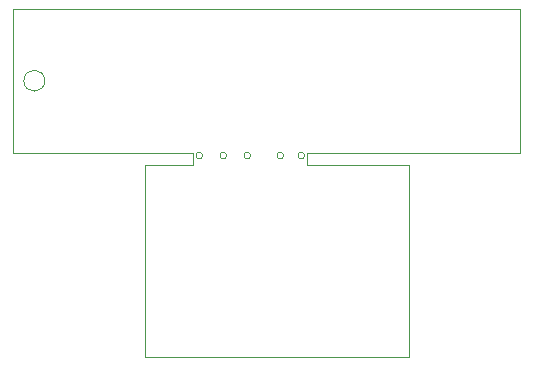
<source format=gbr>
G04 #@! TF.GenerationSoftware,KiCad,Pcbnew,(5.1.5)-3*
G04 #@! TF.CreationDate,2020-04-07T22:18:27-04:00*
G04 #@! TF.ProjectId,PicoTrackerWSPR2Rev2,5069636f-5472-4616-936b-657257535052,rev?*
G04 #@! TF.SameCoordinates,Original*
G04 #@! TF.FileFunction,Profile,NP*
%FSLAX46Y46*%
G04 Gerber Fmt 4.6, Leading zero omitted, Abs format (unit mm)*
G04 Created by KiCad (PCBNEW (5.1.5)-3) date 2020-04-07 22:18:27*
%MOMM*%
%LPD*%
G04 APERTURE LIST*
%ADD10C,0.100000*%
G04 APERTURE END LIST*
D10*
X73279000Y-72644000D02*
G75*
G03X73279000Y-72644000I-889000J0D01*
G01*
X70612000Y-78740000D02*
X70612000Y-66548000D01*
X85852000Y-78740000D02*
X70612000Y-78740000D01*
X85852000Y-79756000D02*
X85852000Y-78740000D01*
X81788000Y-79756000D02*
X85852000Y-79756000D01*
X81788000Y-96012000D02*
X81788000Y-79756000D01*
X104140000Y-96012000D02*
X81788000Y-96012000D01*
X104140000Y-79756000D02*
X104140000Y-96012000D01*
X95504000Y-79756000D02*
X104140000Y-79756000D01*
X95504000Y-78740000D02*
X95504000Y-79756000D01*
X113538000Y-78740000D02*
X95504000Y-78740000D01*
X113538000Y-66548000D02*
X113538000Y-78740000D01*
X70612000Y-66548000D02*
X113538000Y-66548000D01*
X95279981Y-78994000D02*
G75*
G03X95279981Y-78994000I-283981J0D01*
G01*
X86643981Y-78994000D02*
G75*
G03X86643981Y-78994000I-283981J0D01*
G01*
X88675981Y-78994000D02*
G75*
G03X88675981Y-78994000I-283981J0D01*
G01*
X90707981Y-78994000D02*
G75*
G03X90707981Y-78994000I-283981J0D01*
G01*
X93501981Y-78994000D02*
G75*
G03X93501981Y-78994000I-283981J0D01*
G01*
M02*

</source>
